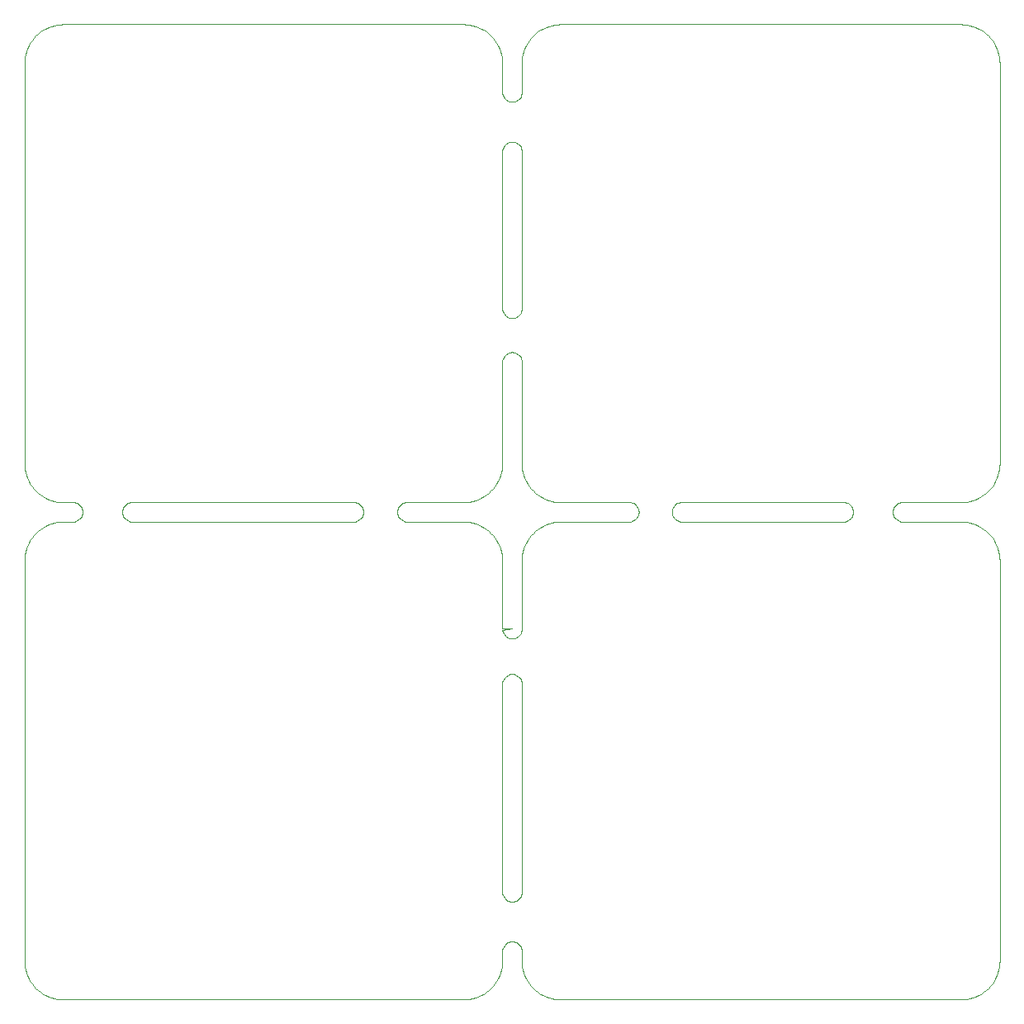
<source format=gko>
%MOIN*%
%OFA0B0*%
%FSLAX36Y36*%
%IPPOS*%
%LPD*%
%ADD10C,0*%
D10*
X001929133Y001497166D02*
X001929133Y001497166D01*
X001929133Y001771653D01*
X001928648Y001784009D01*
X001927194Y001796288D01*
X001924782Y001808416D01*
X001921425Y001820317D01*
X001917146Y001831918D01*
X001911969Y001843148D01*
X001905927Y001853937D01*
X001899057Y001864218D01*
X001891402Y001873929D01*
X001883008Y001883009D01*
X001873928Y001891402D01*
X001864218Y001899057D01*
X001853936Y001905927D01*
X001843148Y001911969D01*
X001831918Y001917146D01*
X001820317Y001921426D01*
X001808416Y001924782D01*
X001796288Y001927195D01*
X001784009Y001928648D01*
X001771653Y001929133D01*
X001544479Y001929133D01*
X001538320Y001929618D01*
X001532313Y001931060D01*
X001526605Y001933424D01*
X001521337Y001936652D01*
X001516640Y001940665D01*
X001512627Y001945362D01*
X001509400Y001950630D01*
X001507035Y001956337D01*
X001505593Y001962345D01*
X001505108Y001968503D01*
X001505593Y001974662D01*
X001507035Y001980669D01*
X001509400Y001986377D01*
X001512627Y001991645D01*
X001516640Y001996342D01*
X001521337Y002000354D01*
X001526605Y002003582D01*
X001532313Y002005947D01*
X001538320Y002007389D01*
X001544479Y002007874D01*
X001550469Y002007874D01*
X001771653Y002007874D01*
X001784009Y002008359D01*
X001796288Y002009813D01*
X001808416Y002012225D01*
X001820317Y002015581D01*
X001831918Y002019861D01*
X001843148Y002025038D01*
X001853936Y002031080D01*
X001864218Y002037950D01*
X001873928Y002045605D01*
X001883008Y002053999D01*
X001891402Y002063079D01*
X001899057Y002072789D01*
X001905927Y002083071D01*
X001911969Y002093859D01*
X001917146Y002105089D01*
X001921425Y002116690D01*
X001924782Y002128591D01*
X001927194Y002140719D01*
X001928648Y002152998D01*
X001929133Y002165354D01*
X001929133Y002568101D01*
X001929133Y002574092D01*
X001929618Y002580251D01*
X001931060Y002586258D01*
X001933424Y002591966D01*
X001936652Y002597233D01*
X001940665Y002601931D01*
X001945362Y002605943D01*
X001950630Y002609171D01*
X001956337Y002611535D01*
X001962345Y002612977D01*
X001968503Y002613462D01*
X001974662Y002612977D01*
X001980669Y002611535D01*
X001986377Y002609171D01*
X001991645Y002605943D01*
X001996342Y002601931D01*
X002000354Y002597233D01*
X002003582Y002591966D01*
X002005947Y002586258D01*
X002007389Y002580251D01*
X002007874Y002574092D01*
X002007874Y002165354D01*
X002008359Y002152998D01*
X002009812Y002140719D01*
X002012225Y002128591D01*
X002015581Y002116690D01*
X002019861Y002105089D01*
X002025038Y002093859D01*
X002031079Y002083071D01*
X002037950Y002072789D01*
X002045605Y002063079D01*
X002053998Y002053999D01*
X002063078Y002045605D01*
X002072789Y002037950D01*
X002083070Y002031080D01*
X002093859Y002025038D01*
X002105088Y002019861D01*
X002116690Y002015581D01*
X002128590Y002012225D01*
X002140718Y002009813D01*
X002152998Y002008359D01*
X002165354Y002007874D01*
X002431922Y002007874D01*
X002440945Y002007874D01*
X002447104Y002007389D01*
X002453111Y002005947D01*
X002458818Y002003582D01*
X002464086Y002000354D01*
X002468784Y001996342D01*
X002472796Y001991645D01*
X002476024Y001986377D01*
X002478388Y001980669D01*
X002479830Y001974662D01*
X002480315Y001968503D01*
X002479830Y001962345D01*
X002478388Y001956337D01*
X002476024Y001950630D01*
X002472796Y001945362D01*
X002468784Y001940665D01*
X002464086Y001936652D01*
X002458818Y001933424D01*
X002453111Y001931060D01*
X002447104Y001929618D01*
X002440945Y001929133D01*
X002165354Y001929133D01*
X002152998Y001928648D01*
X002140718Y001927195D01*
X002128590Y001924782D01*
X002116690Y001921426D01*
X002105088Y001917146D01*
X002093859Y001911969D01*
X002083070Y001905927D01*
X002072789Y001899057D01*
X002063078Y001891402D01*
X002053998Y001883009D01*
X002045605Y001873929D01*
X002037950Y001864218D01*
X002031079Y001853937D01*
X002025038Y001843148D01*
X002019861Y001831918D01*
X002015581Y001820317D01*
X002012225Y001808416D01*
X002009812Y001796288D01*
X002008359Y001784009D01*
X002007874Y001771653D01*
X002007874Y001497166D01*
X002007389Y001491007D01*
X002005947Y001485000D01*
X002003582Y001479292D01*
X002000354Y001474025D01*
X001996342Y001469327D01*
X001991645Y001465315D01*
X001986377Y001462087D01*
X001980669Y001459723D01*
X001974662Y001458281D01*
X001968503Y001457796D01*
X001962345Y001458281D01*
X001956337Y001459723D01*
X001950630Y001462087D01*
X001945362Y001465315D01*
X001940665Y001469327D01*
X001936652Y001474025D01*
X001933424Y001479292D01*
X001931060Y001485000D01*
X001929618Y001491007D01*
X001968503Y001497166D01*
X001929133Y001497166D01*
X001929133Y003423632D02*
X001929133Y003423632D01*
X001929618Y003429791D01*
X001931060Y003435798D01*
X001933424Y003441506D01*
X001936652Y003446773D01*
X001940665Y003451471D01*
X001945362Y003455483D01*
X001950630Y003458711D01*
X001956337Y003461075D01*
X001962345Y003462517D01*
X001968503Y003463002D01*
X001974662Y003462517D01*
X001980669Y003461075D01*
X001986377Y003458711D01*
X001991645Y003455483D01*
X001996342Y003451471D01*
X002000354Y003446773D01*
X002003582Y003441506D01*
X002005947Y003435798D01*
X002007389Y003429791D01*
X002007874Y003423632D01*
X002007874Y003423632D01*
X002007874Y002790090D01*
X002007389Y002783931D01*
X002005947Y002777924D01*
X002003582Y002772216D01*
X002000354Y002766949D01*
X001996342Y002762251D01*
X001991645Y002758239D01*
X001986377Y002755011D01*
X001980669Y002752647D01*
X001974662Y002751204D01*
X001968503Y002750720D01*
X001962345Y002751204D01*
X001956337Y002752647D01*
X001950630Y002755011D01*
X001945362Y002758239D01*
X001940665Y002762251D01*
X001936652Y002766949D01*
X001933424Y002772216D01*
X001931060Y002777924D01*
X001929618Y002783931D01*
X001929133Y002790090D01*
X001929133Y002796081D01*
X001929133Y003423632D01*
X003305522Y002007874D02*
X003305522Y002007874D01*
X003311681Y002007389D01*
X003317688Y002005947D01*
X003323395Y002003582D01*
X003328663Y002000354D01*
X003333361Y001996342D01*
X003337373Y001991645D01*
X003340601Y001986377D01*
X003342965Y001980669D01*
X003344407Y001974662D01*
X003344892Y001968503D01*
X003344407Y001962345D01*
X003342965Y001956337D01*
X003340601Y001950630D01*
X003337373Y001945362D01*
X003333361Y001940665D01*
X003328663Y001936652D01*
X003323395Y001933424D01*
X003317688Y001931060D01*
X003311681Y001929618D01*
X003305522Y001929133D01*
X003305522Y001929133D01*
X002653003Y001929133D01*
X002646844Y001929618D01*
X002640837Y001931060D01*
X002635129Y001933424D01*
X002629862Y001936652D01*
X002625164Y001940665D01*
X002621152Y001945362D01*
X002617924Y001950630D01*
X002615560Y001956337D01*
X002614117Y001962345D01*
X002613633Y001968503D01*
X002614117Y001974662D01*
X002615560Y001980669D01*
X002617924Y001986377D01*
X002621152Y001991645D01*
X002625164Y001996342D01*
X002629862Y002000354D01*
X002635129Y002003582D01*
X002640837Y002005947D01*
X002646844Y002007389D01*
X002653003Y002007874D01*
X002662026Y002007874D01*
X003305522Y002007874D01*
X002007874Y000434635D02*
X002007874Y000434635D01*
X002007389Y000428476D01*
X002005947Y000422469D01*
X002003582Y000416761D01*
X002000354Y000411494D01*
X001996342Y000406796D01*
X001991645Y000402784D01*
X001986377Y000399556D01*
X001980669Y000397192D01*
X001974662Y000395749D01*
X001968503Y000395265D01*
X001962345Y000395749D01*
X001956337Y000397192D01*
X001950630Y000399556D01*
X001945362Y000402784D01*
X001940665Y000406796D01*
X001936652Y000411494D01*
X001933424Y000416761D01*
X001931060Y000422469D01*
X001929618Y000428476D01*
X001929133Y000434635D01*
X001929133Y000434635D01*
X001929133Y001274455D01*
X001929618Y001280614D01*
X001931060Y001286621D01*
X001933424Y001292329D01*
X001936652Y001297596D01*
X001940665Y001302294D01*
X001945362Y001306306D01*
X001950630Y001309534D01*
X001956337Y001311898D01*
X001962345Y001313341D01*
X001968503Y001313825D01*
X001974662Y001313341D01*
X001980669Y001311898D01*
X001986377Y001309534D01*
X001991645Y001306306D01*
X001996342Y001302294D01*
X002000354Y001297596D01*
X002003582Y001292329D01*
X002005947Y001286621D01*
X002007389Y001280614D01*
X002007874Y001274455D01*
X002007874Y001274455D01*
X002007874Y000434635D01*
X000434635Y001929133D02*
X000434635Y001929133D01*
X000428476Y001929618D01*
X000422469Y001931060D01*
X000416761Y001933424D01*
X000411494Y001936652D01*
X000406796Y001940665D01*
X000402784Y001945362D01*
X000399556Y001950630D01*
X000397192Y001956337D01*
X000395749Y001962345D01*
X000395265Y001968503D01*
X000395749Y001974662D01*
X000397192Y001980669D01*
X000399556Y001986377D01*
X000402784Y001991645D01*
X000406796Y001996342D01*
X000411494Y002000354D01*
X000416761Y002003582D01*
X000422469Y002005947D01*
X000428476Y002007389D01*
X000434635Y002007874D01*
X000434635Y002007874D01*
X001322490Y002007874D01*
X001328481Y002007874D01*
X001334640Y002007389D01*
X001340647Y002005947D01*
X001346354Y002003582D01*
X001351622Y002000354D01*
X001356320Y001996342D01*
X001360332Y001991645D01*
X001363560Y001986377D01*
X001365924Y001980669D01*
X001367366Y001974662D01*
X001367851Y001968503D01*
X001367366Y001962345D01*
X001365924Y001956337D01*
X001363560Y001950630D01*
X001360332Y001945362D01*
X001356320Y001940665D01*
X001351622Y001936652D01*
X001346354Y001933424D01*
X001340647Y001931060D01*
X001334640Y001929618D01*
X001328481Y001929133D01*
X000434635Y001929133D01*
X000195285Y002007874D02*
X000195285Y002007874D01*
X000195285Y002007874D01*
X000201444Y002007389D01*
X000207451Y002005947D01*
X000213159Y002003582D01*
X000218427Y002000354D01*
X000223124Y001996342D01*
X000227137Y001991645D01*
X000230364Y001986377D01*
X000232729Y001980669D01*
X000234171Y001974662D01*
X000234656Y001968503D01*
X000234171Y001962345D01*
X000232729Y001956337D01*
X000230364Y001950630D01*
X000227137Y001945362D01*
X000223124Y001940665D01*
X000218427Y001936652D01*
X000213159Y001933424D01*
X000207451Y001931060D01*
X000201444Y001929618D01*
X000195285Y001929133D01*
X000157480Y001929133D01*
X000145124Y001928648D01*
X000132844Y001927195D01*
X000120716Y001924782D01*
X000108816Y001921426D01*
X000097214Y001917146D01*
X000085985Y001911969D01*
X000075196Y001905927D01*
X000064915Y001899057D01*
X000055204Y001891402D01*
X000046124Y001883009D01*
X000037731Y001873929D01*
X000030075Y001864218D01*
X000023205Y001853937D01*
X000017164Y001843148D01*
X000011987Y001831918D01*
X000007707Y001820317D01*
X000004351Y001808416D01*
X000001938Y001796288D01*
X000000485Y001784009D01*
X000000000Y001771653D01*
X000000000Y000157480D01*
X000000485Y000145124D01*
X000001938Y000132845D01*
X000004351Y000120717D01*
X000007707Y000108816D01*
X000011987Y000097215D01*
X000017164Y000085985D01*
X000023205Y000075197D01*
X000030075Y000064915D01*
X000037731Y000055205D01*
X000046124Y000046125D01*
X000055204Y000037731D01*
X000064915Y000030076D01*
X000075196Y000023206D01*
X000085985Y000017164D01*
X000097214Y000011987D01*
X000108816Y000007707D01*
X000120716Y000004351D01*
X000132844Y000001939D01*
X000145124Y000000485D01*
X000157480Y000000000D01*
X001771653Y000000000D01*
X001784009Y000000485D01*
X001796288Y000001939D01*
X001808416Y000004351D01*
X001820317Y000007707D01*
X001831918Y000011987D01*
X001843148Y000017164D01*
X001853936Y000023206D01*
X001864218Y000030076D01*
X001873928Y000037731D01*
X001883008Y000046125D01*
X001891402Y000055205D01*
X001899057Y000064915D01*
X001905927Y000075197D01*
X001911969Y000085985D01*
X001917146Y000097215D01*
X001921425Y000108816D01*
X001924782Y000120717D01*
X001927194Y000132845D01*
X001928648Y000145124D01*
X001929133Y000157480D01*
X001929133Y000195285D01*
X001929133Y000195285D01*
X001929618Y000201444D01*
X001931060Y000207451D01*
X001933424Y000213159D01*
X001936652Y000218427D01*
X001940665Y000223124D01*
X001945362Y000227137D01*
X001950630Y000230364D01*
X001956337Y000232729D01*
X001962345Y000234171D01*
X001968503Y000234656D01*
X001974662Y000234171D01*
X001980669Y000232729D01*
X001986377Y000230364D01*
X001991645Y000227137D01*
X001996342Y000223124D01*
X002000354Y000218427D01*
X002003582Y000213159D01*
X002005947Y000207451D01*
X002007389Y000201444D01*
X002007874Y000195285D01*
X002007874Y000157480D01*
X002008359Y000145124D01*
X002009812Y000132845D01*
X002012225Y000120717D01*
X002015581Y000108816D01*
X002019861Y000097215D01*
X002025038Y000085985D01*
X002031079Y000075197D01*
X002037950Y000064915D01*
X002045605Y000055205D01*
X002053998Y000046125D01*
X002063078Y000037731D01*
X002072789Y000030076D01*
X002083070Y000023206D01*
X002093859Y000017164D01*
X002105088Y000011987D01*
X002116690Y000007707D01*
X002128590Y000004351D01*
X002140718Y000001939D01*
X002152998Y000000485D01*
X002165354Y000000000D01*
X003779527Y000000000D01*
X003791883Y000000485D01*
X003804162Y000001939D01*
X003816290Y000004351D01*
X003828191Y000007707D01*
X003839792Y000011987D01*
X003851022Y000017164D01*
X003861810Y000023206D01*
X003872092Y000030076D01*
X003881802Y000037731D01*
X003890882Y000046125D01*
X003899276Y000055205D01*
X003906931Y000064915D01*
X003913801Y000075197D01*
X003919843Y000085985D01*
X003925020Y000097215D01*
X003929299Y000108816D01*
X003932656Y000120717D01*
X003935068Y000132845D01*
X003936522Y000145124D01*
X003937007Y000157480D01*
X003937007Y001771653D01*
X003936522Y001784009D01*
X003935068Y001796288D01*
X003932656Y001808416D01*
X003929299Y001820317D01*
X003925020Y001831918D01*
X003919843Y001843148D01*
X003913801Y001853937D01*
X003906931Y001864218D01*
X003899276Y001873929D01*
X003890882Y001883009D01*
X003881802Y001891402D01*
X003872092Y001899057D01*
X003861810Y001905927D01*
X003851022Y001911969D01*
X003839792Y001917146D01*
X003828191Y001921426D01*
X003816290Y001924782D01*
X003804162Y001927195D01*
X003791883Y001928648D01*
X003779527Y001929133D01*
X003544871Y001929133D01*
X003544871Y001929133D01*
X003538712Y001929618D01*
X003532705Y001931060D01*
X003526997Y001933424D01*
X003521730Y001936652D01*
X003517032Y001940665D01*
X003513020Y001945362D01*
X003509792Y001950630D01*
X003507428Y001956337D01*
X003505986Y001962345D01*
X003505501Y001968503D01*
X003505986Y001974662D01*
X003507428Y001980669D01*
X003509792Y001986377D01*
X003513020Y001991645D01*
X003517032Y001996342D01*
X003521730Y002000354D01*
X003526997Y002003582D01*
X003532705Y002005947D01*
X003538712Y002007389D01*
X003544871Y002007874D01*
X003779527Y002007874D01*
X003791883Y002008359D01*
X003804162Y002009813D01*
X003816290Y002012225D01*
X003828191Y002015581D01*
X003839792Y002019861D01*
X003851022Y002025038D01*
X003861810Y002031080D01*
X003872092Y002037950D01*
X003881802Y002045605D01*
X003890882Y002053999D01*
X003899276Y002063079D01*
X003906931Y002072789D01*
X003913801Y002083071D01*
X003919843Y002093859D01*
X003925020Y002105089D01*
X003929299Y002116690D01*
X003932656Y002128591D01*
X003935068Y002140719D01*
X003936522Y002152998D01*
X003937007Y002165354D01*
X003937007Y003779527D01*
X003936522Y003791883D01*
X003935068Y003804162D01*
X003932656Y003816290D01*
X003929299Y003828191D01*
X003925020Y003839792D01*
X003919843Y003851022D01*
X003913801Y003861811D01*
X003906931Y003872092D01*
X003899276Y003881803D01*
X003890882Y003890883D01*
X003881802Y003899276D01*
X003872092Y003906931D01*
X003861810Y003913801D01*
X003851022Y003919843D01*
X003839792Y003925020D01*
X003828191Y003929300D01*
X003816290Y003932656D01*
X003804162Y003935069D01*
X003791883Y003936522D01*
X003779527Y003937007D01*
X002165354Y003937007D01*
X002152998Y003936522D01*
X002140718Y003935069D01*
X002128590Y003932656D01*
X002116690Y003929300D01*
X002105088Y003925020D01*
X002093859Y003919843D01*
X002083070Y003913801D01*
X002072789Y003906931D01*
X002063078Y003899276D01*
X002053998Y003890883D01*
X002045605Y003881803D01*
X002037950Y003872092D01*
X002031079Y003861811D01*
X002025038Y003851022D01*
X002019861Y003839792D01*
X002015581Y003828191D01*
X002012225Y003816290D01*
X002009812Y003804162D01*
X002008359Y003791883D01*
X002007874Y003779527D01*
X002007874Y003662981D01*
X002007874Y003662981D01*
X002007389Y003656822D01*
X002005947Y003650815D01*
X002003582Y003645108D01*
X002000354Y003639840D01*
X001996342Y003635142D01*
X001991645Y003631130D01*
X001986377Y003627902D01*
X001980669Y003625538D01*
X001974662Y003624096D01*
X001968503Y003623611D01*
X001962345Y003624096D01*
X001956337Y003625538D01*
X001950630Y003627902D01*
X001945362Y003631130D01*
X001940665Y003635142D01*
X001936652Y003639840D01*
X001933424Y003645108D01*
X001931060Y003650815D01*
X001929618Y003656822D01*
X001929133Y003662981D01*
X001929133Y003779527D01*
X001928648Y003791883D01*
X001927194Y003804162D01*
X001924782Y003816290D01*
X001921425Y003828191D01*
X001917146Y003839792D01*
X001911969Y003851022D01*
X001905927Y003861811D01*
X001899057Y003872092D01*
X001891402Y003881803D01*
X001883008Y003890883D01*
X001873928Y003899276D01*
X001864218Y003906931D01*
X001853936Y003913801D01*
X001843148Y003919843D01*
X001831918Y003925020D01*
X001820317Y003929300D01*
X001808416Y003932656D01*
X001796288Y003935069D01*
X001784009Y003936522D01*
X001771653Y003937007D01*
X000157480Y003937007D01*
X000145124Y003936522D01*
X000132844Y003935069D01*
X000120716Y003932656D01*
X000108816Y003929300D01*
X000097214Y003925020D01*
X000085985Y003919843D01*
X000075196Y003913801D01*
X000064915Y003906931D01*
X000055204Y003899276D01*
X000046124Y003890883D01*
X000037731Y003881803D01*
X000030075Y003872092D01*
X000023205Y003861811D01*
X000017164Y003851022D01*
X000011987Y003839792D01*
X000007707Y003828191D01*
X000004351Y003816290D01*
X000001938Y003804162D01*
X000000485Y003791883D01*
X000000000Y003779527D01*
X000000000Y002165354D01*
X000000485Y002152998D01*
X000001938Y002140719D01*
X000004351Y002128591D01*
X000007707Y002116690D01*
X000011987Y002105089D01*
X000017164Y002093859D01*
X000023205Y002083071D01*
X000030075Y002072789D01*
X000037731Y002063079D01*
X000046124Y002053999D01*
X000055204Y002045605D01*
X000064915Y002037950D01*
X000075196Y002031080D01*
X000085985Y002025038D01*
X000097214Y002019861D01*
X000108816Y002015581D01*
X000120716Y002012225D01*
X000132844Y002009813D01*
X000145124Y002008359D01*
X000157480Y002007874D01*
X000195285Y002007874D01*
M02*
</source>
